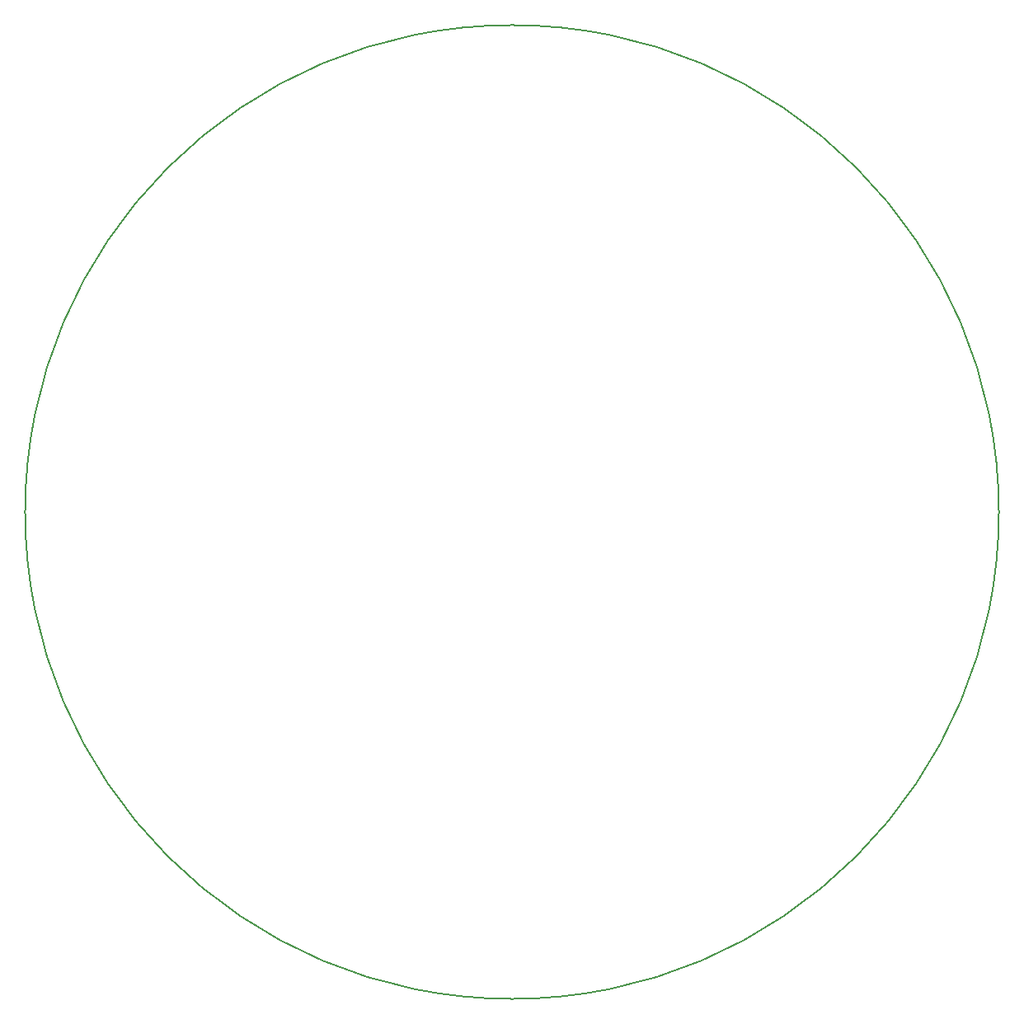
<source format=gbr>
%TF.GenerationSoftware,KiCad,Pcbnew,7.0.1*%
%TF.CreationDate,2023-09-06T21:52:52-07:00*%
%TF.ProjectId,flower_05,666c6f77-6572-45f3-9035-2e6b69636164,rev?*%
%TF.SameCoordinates,Original*%
%TF.FileFunction,Profile,NP*%
%FSLAX46Y46*%
G04 Gerber Fmt 4.6, Leading zero omitted, Abs format (unit mm)*
G04 Created by KiCad (PCBNEW 7.0.1) date 2023-09-06 21:52:52*
%MOMM*%
%LPD*%
G01*
G04 APERTURE LIST*
%TA.AperFunction,Profile*%
%ADD10C,0.150000*%
%TD*%
G04 APERTURE END LIST*
D10*
X120000000Y-70000000D02*
G75*
G03*
X120000000Y-70000000I-50000000J0D01*
G01*
M02*

</source>
